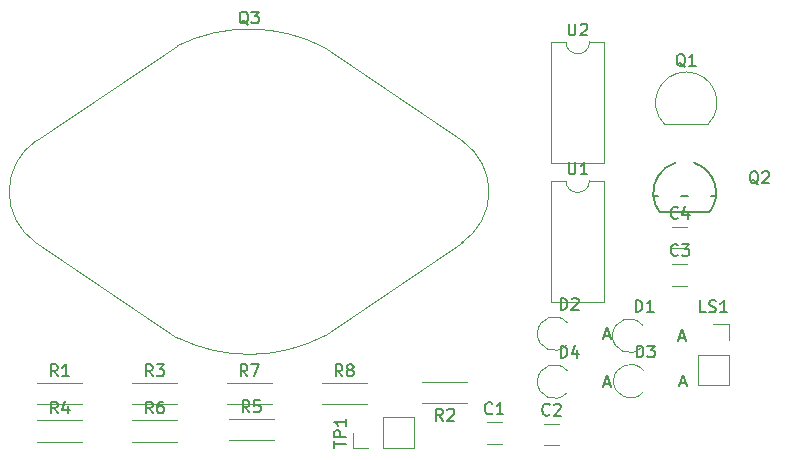
<source format=gbr>
%TF.GenerationSoftware,KiCad,Pcbnew,(5.1.12)-1*%
%TF.CreationDate,2023-08-23T22:39:03+05:30*%
%TF.ProjectId,PULSED IC 555 ALARMS CIRCUIT,50554c53-4544-4204-9943-203535352041,rev?*%
%TF.SameCoordinates,Original*%
%TF.FileFunction,Legend,Top*%
%TF.FilePolarity,Positive*%
%FSLAX46Y46*%
G04 Gerber Fmt 4.6, Leading zero omitted, Abs format (unit mm)*
G04 Created by KiCad (PCBNEW (5.1.12)-1) date 2023-08-23 22:39:03*
%MOMM*%
%LPD*%
G01*
G04 APERTURE LIST*
%ADD10C,0.120000*%
%ADD11C,0.127000*%
%ADD12C,0.150000*%
G04 APERTURE END LIST*
D10*
%TO.C,U2*%
X159435001Y-73105001D02*
G75*
G02*
X157435001Y-73105001I-1000000J0D01*
G01*
X157435001Y-73105001D02*
X156185001Y-73105001D01*
X156185001Y-73105001D02*
X156185001Y-83385001D01*
X156185001Y-83385001D02*
X160685001Y-83385001D01*
X160685001Y-83385001D02*
X160685001Y-73105001D01*
X160685001Y-73105001D02*
X159435001Y-73105001D01*
%TO.C,U1*%
X159435001Y-84855001D02*
G75*
G02*
X157435001Y-84855001I-1000000J0D01*
G01*
X157435001Y-84855001D02*
X156185001Y-84855001D01*
X156185001Y-84855001D02*
X156185001Y-95135001D01*
X156185001Y-95135001D02*
X160685001Y-95135001D01*
X160685001Y-95135001D02*
X160685001Y-84855001D01*
X160685001Y-84855001D02*
X159435001Y-84855001D01*
%TO.C,TP1*%
X144570000Y-107518000D02*
X144570000Y-104858000D01*
X141970000Y-107518000D02*
X144570000Y-107518000D01*
X141970000Y-104858000D02*
X144570000Y-104858000D01*
X141970000Y-107518000D02*
X141970000Y-104858000D01*
X140700000Y-107518000D02*
X139370000Y-107518000D01*
X139370000Y-107518000D02*
X139370000Y-106188000D01*
%TO.C,R8*%
X136745001Y-101965001D02*
X140585001Y-101965001D01*
X136745001Y-103805001D02*
X140585001Y-103805001D01*
%TO.C,R7*%
X128715001Y-101965001D02*
X132555001Y-101965001D01*
X128715001Y-103805001D02*
X132555001Y-103805001D01*
%TO.C,R6*%
X120685001Y-105115001D02*
X124525001Y-105115001D01*
X120685001Y-106955001D02*
X124525001Y-106955001D01*
%TO.C,R5*%
X128874000Y-105014000D02*
X132714000Y-105014000D01*
X128874000Y-106854000D02*
X132714000Y-106854000D01*
%TO.C,R4*%
X112655001Y-105115001D02*
X116495001Y-105115001D01*
X112655001Y-106955001D02*
X116495001Y-106955001D01*
%TO.C,R3*%
X120685001Y-101965001D02*
X124525001Y-101965001D01*
X120685001Y-103805001D02*
X124525001Y-103805001D01*
%TO.C,R2*%
X149100000Y-103710000D02*
X145260000Y-103710000D01*
X149100000Y-101870000D02*
X145260000Y-101870000D01*
%TO.C,R1*%
X112655001Y-101965001D02*
X116495001Y-101965001D01*
X112655001Y-103805001D02*
X116495001Y-103805001D01*
%TO.C,Q3*%
X148567176Y-90143859D02*
G75*
G03*
X148720000Y-81540000I-2847176J4353859D01*
G01*
X112543034Y-90087693D02*
G75*
G02*
X112620000Y-81440000I2976966J4297693D01*
G01*
X137025870Y-97984151D02*
G75*
G02*
X124520000Y-98140000I-6405870J12194151D01*
G01*
X137025870Y-73595849D02*
G75*
G03*
X124520000Y-73440000I-6405870J-12194151D01*
G01*
X124520000Y-73440000D02*
X112620000Y-81440000D01*
X124520000Y-98140000D02*
X112520000Y-90040000D01*
X136920000Y-73540000D02*
X148720000Y-81540000D01*
X136920000Y-98040000D02*
X148720000Y-90040000D01*
D11*
%TO.C,Q2*%
X168266825Y-83342144D02*
G75*
G02*
X169575026Y-87541544I-786287J-2548411D01*
G01*
X164825626Y-86144544D02*
G75*
G02*
X166694226Y-83342044I2654899J254020D01*
G01*
X165385926Y-87541544D02*
G75*
G02*
X164825626Y-86144544I2094603J1650951D01*
G01*
X165386026Y-87541544D02*
X169575026Y-87541544D01*
X164825626Y-86144544D02*
X165226826Y-86144544D01*
X167194226Y-86144544D02*
X167766826Y-86144544D01*
X169734226Y-86144544D02*
X170135426Y-86144544D01*
D10*
%TO.C,Q1*%
X169462478Y-80086478D02*
G75*
G03*
X167624000Y-75648000I-1838478J1838478D01*
G01*
X165785522Y-80086478D02*
G75*
G02*
X167624000Y-75648000I1838478J1838478D01*
G01*
X165824000Y-80098000D02*
X169424000Y-80098000D01*
%TO.C,LS1*%
X168580000Y-99584000D02*
X171240000Y-99584000D01*
X168580000Y-99584000D02*
X168580000Y-102184000D01*
X168580000Y-102184000D02*
X171240000Y-102184000D01*
X171240000Y-99584000D02*
X171240000Y-102184000D01*
X171240000Y-96984000D02*
X171240000Y-98314000D01*
X169910000Y-96984000D02*
X171240000Y-96984000D01*
%TO.C,D4*%
X157501850Y-102838866D02*
G75*
G02*
X157561239Y-100970000I-1053850J968866D01*
G01*
%TO.C,D3*%
X163943850Y-102798866D02*
G75*
G02*
X164003239Y-100930000I-1053850J968866D01*
G01*
%TO.C,D2*%
X157501850Y-98774866D02*
G75*
G02*
X157561239Y-96906000I-1053850J968866D01*
G01*
%TO.C,D1*%
X163858851Y-98953867D02*
G75*
G02*
X163918240Y-97085001I-1053850J968866D01*
G01*
%TO.C,C4*%
X166446001Y-88755001D02*
X167704001Y-88755001D01*
X166446001Y-90595001D02*
X167704001Y-90595001D01*
%TO.C,C3*%
X166446001Y-91905001D02*
X167704001Y-91905001D01*
X166446001Y-93745001D02*
X167704001Y-93745001D01*
%TO.C,C2*%
X155591000Y-105420000D02*
X156849000Y-105420000D01*
X155591000Y-107260000D02*
X156849000Y-107260000D01*
%TO.C,C1*%
X150731000Y-105310000D02*
X151989000Y-105310000D01*
X150731000Y-107150000D02*
X151989000Y-107150000D01*
%TO.C,U2*%
D12*
X157673096Y-71557381D02*
X157673096Y-72366905D01*
X157720715Y-72462143D01*
X157768334Y-72509762D01*
X157863572Y-72557381D01*
X158054048Y-72557381D01*
X158149286Y-72509762D01*
X158196905Y-72462143D01*
X158244524Y-72366905D01*
X158244524Y-71557381D01*
X158673096Y-71652620D02*
X158720715Y-71605001D01*
X158815953Y-71557381D01*
X159054048Y-71557381D01*
X159149286Y-71605001D01*
X159196905Y-71652620D01*
X159244524Y-71747858D01*
X159244524Y-71843096D01*
X159196905Y-71985953D01*
X158625477Y-72557381D01*
X159244524Y-72557381D01*
%TO.C,U1*%
X157673096Y-83307381D02*
X157673096Y-84116905D01*
X157720715Y-84212143D01*
X157768334Y-84259762D01*
X157863572Y-84307381D01*
X158054048Y-84307381D01*
X158149286Y-84259762D01*
X158196905Y-84212143D01*
X158244524Y-84116905D01*
X158244524Y-83307381D01*
X159244524Y-84307381D02*
X158673096Y-84307381D01*
X158958810Y-84307381D02*
X158958810Y-83307381D01*
X158863572Y-83450239D01*
X158768334Y-83545477D01*
X158673096Y-83593096D01*
%TO.C,TP1*%
X137822380Y-107449904D02*
X137822380Y-106878476D01*
X138822380Y-107164190D02*
X137822380Y-107164190D01*
X138822380Y-106545142D02*
X137822380Y-106545142D01*
X137822380Y-106164190D01*
X137870000Y-106068952D01*
X137917619Y-106021333D01*
X138012857Y-105973714D01*
X138155714Y-105973714D01*
X138250952Y-106021333D01*
X138298571Y-106068952D01*
X138346190Y-106164190D01*
X138346190Y-106545142D01*
X138822380Y-105021333D02*
X138822380Y-105592761D01*
X138822380Y-105307047D02*
X137822380Y-105307047D01*
X137965238Y-105402285D01*
X138060476Y-105497523D01*
X138108095Y-105592761D01*
%TO.C,R8*%
X138498334Y-101417381D02*
X138165001Y-100941191D01*
X137926905Y-101417381D02*
X137926905Y-100417381D01*
X138307858Y-100417381D01*
X138403096Y-100465001D01*
X138450715Y-100512620D01*
X138498334Y-100607858D01*
X138498334Y-100750715D01*
X138450715Y-100845953D01*
X138403096Y-100893572D01*
X138307858Y-100941191D01*
X137926905Y-100941191D01*
X139069762Y-100845953D02*
X138974524Y-100798334D01*
X138926905Y-100750715D01*
X138879286Y-100655477D01*
X138879286Y-100607858D01*
X138926905Y-100512620D01*
X138974524Y-100465001D01*
X139069762Y-100417381D01*
X139260239Y-100417381D01*
X139355477Y-100465001D01*
X139403096Y-100512620D01*
X139450715Y-100607858D01*
X139450715Y-100655477D01*
X139403096Y-100750715D01*
X139355477Y-100798334D01*
X139260239Y-100845953D01*
X139069762Y-100845953D01*
X138974524Y-100893572D01*
X138926905Y-100941191D01*
X138879286Y-101036429D01*
X138879286Y-101226905D01*
X138926905Y-101322143D01*
X138974524Y-101369762D01*
X139069762Y-101417381D01*
X139260239Y-101417381D01*
X139355477Y-101369762D01*
X139403096Y-101322143D01*
X139450715Y-101226905D01*
X139450715Y-101036429D01*
X139403096Y-100941191D01*
X139355477Y-100893572D01*
X139260239Y-100845953D01*
%TO.C,R7*%
X130468334Y-101417381D02*
X130135001Y-100941191D01*
X129896905Y-101417381D02*
X129896905Y-100417381D01*
X130277858Y-100417381D01*
X130373096Y-100465001D01*
X130420715Y-100512620D01*
X130468334Y-100607858D01*
X130468334Y-100750715D01*
X130420715Y-100845953D01*
X130373096Y-100893572D01*
X130277858Y-100941191D01*
X129896905Y-100941191D01*
X130801667Y-100417381D02*
X131468334Y-100417381D01*
X131039762Y-101417381D01*
%TO.C,R6*%
X122438334Y-104567381D02*
X122105001Y-104091191D01*
X121866905Y-104567381D02*
X121866905Y-103567381D01*
X122247858Y-103567381D01*
X122343096Y-103615001D01*
X122390715Y-103662620D01*
X122438334Y-103757858D01*
X122438334Y-103900715D01*
X122390715Y-103995953D01*
X122343096Y-104043572D01*
X122247858Y-104091191D01*
X121866905Y-104091191D01*
X123295477Y-103567381D02*
X123105001Y-103567381D01*
X123009762Y-103615001D01*
X122962143Y-103662620D01*
X122866905Y-103805477D01*
X122819286Y-103995953D01*
X122819286Y-104376905D01*
X122866905Y-104472143D01*
X122914524Y-104519762D01*
X123009762Y-104567381D01*
X123200239Y-104567381D01*
X123295477Y-104519762D01*
X123343096Y-104472143D01*
X123390715Y-104376905D01*
X123390715Y-104138810D01*
X123343096Y-104043572D01*
X123295477Y-103995953D01*
X123200239Y-103948334D01*
X123009762Y-103948334D01*
X122914524Y-103995953D01*
X122866905Y-104043572D01*
X122819286Y-104138810D01*
%TO.C,R5*%
X130627333Y-104466380D02*
X130294000Y-103990190D01*
X130055904Y-104466380D02*
X130055904Y-103466380D01*
X130436857Y-103466380D01*
X130532095Y-103514000D01*
X130579714Y-103561619D01*
X130627333Y-103656857D01*
X130627333Y-103799714D01*
X130579714Y-103894952D01*
X130532095Y-103942571D01*
X130436857Y-103990190D01*
X130055904Y-103990190D01*
X131532095Y-103466380D02*
X131055904Y-103466380D01*
X131008285Y-103942571D01*
X131055904Y-103894952D01*
X131151142Y-103847333D01*
X131389238Y-103847333D01*
X131484476Y-103894952D01*
X131532095Y-103942571D01*
X131579714Y-104037809D01*
X131579714Y-104275904D01*
X131532095Y-104371142D01*
X131484476Y-104418761D01*
X131389238Y-104466380D01*
X131151142Y-104466380D01*
X131055904Y-104418761D01*
X131008285Y-104371142D01*
%TO.C,R4*%
X114408334Y-104567381D02*
X114075001Y-104091191D01*
X113836905Y-104567381D02*
X113836905Y-103567381D01*
X114217858Y-103567381D01*
X114313096Y-103615001D01*
X114360715Y-103662620D01*
X114408334Y-103757858D01*
X114408334Y-103900715D01*
X114360715Y-103995953D01*
X114313096Y-104043572D01*
X114217858Y-104091191D01*
X113836905Y-104091191D01*
X115265477Y-103900715D02*
X115265477Y-104567381D01*
X115027381Y-103519762D02*
X114789286Y-104234048D01*
X115408334Y-104234048D01*
%TO.C,R3*%
X122438334Y-101417381D02*
X122105001Y-100941191D01*
X121866905Y-101417381D02*
X121866905Y-100417381D01*
X122247858Y-100417381D01*
X122343096Y-100465001D01*
X122390715Y-100512620D01*
X122438334Y-100607858D01*
X122438334Y-100750715D01*
X122390715Y-100845953D01*
X122343096Y-100893572D01*
X122247858Y-100941191D01*
X121866905Y-100941191D01*
X122771667Y-100417381D02*
X123390715Y-100417381D01*
X123057381Y-100798334D01*
X123200239Y-100798334D01*
X123295477Y-100845953D01*
X123343096Y-100893572D01*
X123390715Y-100988810D01*
X123390715Y-101226905D01*
X123343096Y-101322143D01*
X123295477Y-101369762D01*
X123200239Y-101417381D01*
X122914524Y-101417381D01*
X122819286Y-101369762D01*
X122771667Y-101322143D01*
%TO.C,R2*%
X147013333Y-105162380D02*
X146680000Y-104686190D01*
X146441904Y-105162380D02*
X146441904Y-104162380D01*
X146822857Y-104162380D01*
X146918095Y-104210000D01*
X146965714Y-104257619D01*
X147013333Y-104352857D01*
X147013333Y-104495714D01*
X146965714Y-104590952D01*
X146918095Y-104638571D01*
X146822857Y-104686190D01*
X146441904Y-104686190D01*
X147394285Y-104257619D02*
X147441904Y-104210000D01*
X147537142Y-104162380D01*
X147775238Y-104162380D01*
X147870476Y-104210000D01*
X147918095Y-104257619D01*
X147965714Y-104352857D01*
X147965714Y-104448095D01*
X147918095Y-104590952D01*
X147346666Y-105162380D01*
X147965714Y-105162380D01*
%TO.C,R1*%
X114408334Y-101417381D02*
X114075001Y-100941191D01*
X113836905Y-101417381D02*
X113836905Y-100417381D01*
X114217858Y-100417381D01*
X114313096Y-100465001D01*
X114360715Y-100512620D01*
X114408334Y-100607858D01*
X114408334Y-100750715D01*
X114360715Y-100845953D01*
X114313096Y-100893572D01*
X114217858Y-100941191D01*
X113836905Y-100941191D01*
X115360715Y-101417381D02*
X114789286Y-101417381D01*
X115075001Y-101417381D02*
X115075001Y-100417381D01*
X114979762Y-100560239D01*
X114884524Y-100655477D01*
X114789286Y-100703096D01*
%TO.C,Q3*%
X130524761Y-71637619D02*
X130429523Y-71590000D01*
X130334285Y-71494761D01*
X130191428Y-71351904D01*
X130096190Y-71304285D01*
X130000952Y-71304285D01*
X130048571Y-71542380D02*
X129953333Y-71494761D01*
X129858095Y-71399523D01*
X129810476Y-71209047D01*
X129810476Y-70875714D01*
X129858095Y-70685238D01*
X129953333Y-70590000D01*
X130048571Y-70542380D01*
X130239047Y-70542380D01*
X130334285Y-70590000D01*
X130429523Y-70685238D01*
X130477142Y-70875714D01*
X130477142Y-71209047D01*
X130429523Y-71399523D01*
X130334285Y-71494761D01*
X130239047Y-71542380D01*
X130048571Y-71542380D01*
X130810476Y-70542380D02*
X131429523Y-70542380D01*
X131096190Y-70923333D01*
X131239047Y-70923333D01*
X131334285Y-70970952D01*
X131381904Y-71018571D01*
X131429523Y-71113809D01*
X131429523Y-71351904D01*
X131381904Y-71447142D01*
X131334285Y-71494761D01*
X131239047Y-71542380D01*
X130953333Y-71542380D01*
X130858095Y-71494761D01*
X130810476Y-71447142D01*
%TO.C,Q2*%
X173735287Y-85168163D02*
X173640049Y-85120544D01*
X173544811Y-85025305D01*
X173401954Y-84882448D01*
X173306716Y-84834829D01*
X173211478Y-84834829D01*
X173259097Y-85072924D02*
X173163859Y-85025305D01*
X173068621Y-84930067D01*
X173021002Y-84739591D01*
X173021002Y-84406258D01*
X173068621Y-84215782D01*
X173163859Y-84120544D01*
X173259097Y-84072924D01*
X173449573Y-84072924D01*
X173544811Y-84120544D01*
X173640049Y-84215782D01*
X173687668Y-84406258D01*
X173687668Y-84739591D01*
X173640049Y-84930067D01*
X173544811Y-85025305D01*
X173449573Y-85072924D01*
X173259097Y-85072924D01*
X174068621Y-84168163D02*
X174116240Y-84120544D01*
X174211478Y-84072924D01*
X174449573Y-84072924D01*
X174544811Y-84120544D01*
X174592430Y-84168163D01*
X174640049Y-84263401D01*
X174640049Y-84358639D01*
X174592430Y-84501496D01*
X174021002Y-85072924D01*
X174640049Y-85072924D01*
%TO.C,Q1*%
X167528761Y-75235619D02*
X167433523Y-75188000D01*
X167338285Y-75092761D01*
X167195428Y-74949904D01*
X167100190Y-74902285D01*
X167004952Y-74902285D01*
X167052571Y-75140380D02*
X166957333Y-75092761D01*
X166862095Y-74997523D01*
X166814476Y-74807047D01*
X166814476Y-74473714D01*
X166862095Y-74283238D01*
X166957333Y-74188000D01*
X167052571Y-74140380D01*
X167243047Y-74140380D01*
X167338285Y-74188000D01*
X167433523Y-74283238D01*
X167481142Y-74473714D01*
X167481142Y-74807047D01*
X167433523Y-74997523D01*
X167338285Y-75092761D01*
X167243047Y-75140380D01*
X167052571Y-75140380D01*
X168433523Y-75140380D02*
X167862095Y-75140380D01*
X168147809Y-75140380D02*
X168147809Y-74140380D01*
X168052571Y-74283238D01*
X167957333Y-74378476D01*
X167862095Y-74426095D01*
%TO.C,LS1*%
X169267142Y-95996380D02*
X168790952Y-95996380D01*
X168790952Y-94996380D01*
X169552857Y-95948761D02*
X169695714Y-95996380D01*
X169933809Y-95996380D01*
X170029047Y-95948761D01*
X170076666Y-95901142D01*
X170124285Y-95805904D01*
X170124285Y-95710666D01*
X170076666Y-95615428D01*
X170029047Y-95567809D01*
X169933809Y-95520190D01*
X169743333Y-95472571D01*
X169648095Y-95424952D01*
X169600476Y-95377333D01*
X169552857Y-95282095D01*
X169552857Y-95186857D01*
X169600476Y-95091619D01*
X169648095Y-95044000D01*
X169743333Y-94996380D01*
X169981428Y-94996380D01*
X170124285Y-95044000D01*
X171076666Y-95996380D02*
X170505238Y-95996380D01*
X170790952Y-95996380D02*
X170790952Y-94996380D01*
X170695714Y-95139238D01*
X170600476Y-95234476D01*
X170505238Y-95282095D01*
%TO.C,D4*%
X156979904Y-99852380D02*
X156979904Y-98852380D01*
X157218000Y-98852380D01*
X157360857Y-98900000D01*
X157456095Y-98995238D01*
X157503714Y-99090476D01*
X157551333Y-99280952D01*
X157551333Y-99423809D01*
X157503714Y-99614285D01*
X157456095Y-99709523D01*
X157360857Y-99804761D01*
X157218000Y-99852380D01*
X156979904Y-99852380D01*
X158408476Y-99185714D02*
X158408476Y-99852380D01*
X158170380Y-98804761D02*
X157932285Y-99519047D01*
X158551333Y-99519047D01*
X160649904Y-102036666D02*
X161126095Y-102036666D01*
X160554666Y-102322380D02*
X160888000Y-101322380D01*
X161221333Y-102322380D01*
%TO.C,D3*%
X163421904Y-99812380D02*
X163421904Y-98812380D01*
X163660000Y-98812380D01*
X163802857Y-98860000D01*
X163898095Y-98955238D01*
X163945714Y-99050476D01*
X163993333Y-99240952D01*
X163993333Y-99383809D01*
X163945714Y-99574285D01*
X163898095Y-99669523D01*
X163802857Y-99764761D01*
X163660000Y-99812380D01*
X163421904Y-99812380D01*
X164326666Y-98812380D02*
X164945714Y-98812380D01*
X164612380Y-99193333D01*
X164755238Y-99193333D01*
X164850476Y-99240952D01*
X164898095Y-99288571D01*
X164945714Y-99383809D01*
X164945714Y-99621904D01*
X164898095Y-99717142D01*
X164850476Y-99764761D01*
X164755238Y-99812380D01*
X164469523Y-99812380D01*
X164374285Y-99764761D01*
X164326666Y-99717142D01*
X167091904Y-101996666D02*
X167568095Y-101996666D01*
X166996666Y-102282380D02*
X167330000Y-101282380D01*
X167663333Y-102282380D01*
%TO.C,D2*%
X156979904Y-95788380D02*
X156979904Y-94788380D01*
X157218000Y-94788380D01*
X157360857Y-94836000D01*
X157456095Y-94931238D01*
X157503714Y-95026476D01*
X157551333Y-95216952D01*
X157551333Y-95359809D01*
X157503714Y-95550285D01*
X157456095Y-95645523D01*
X157360857Y-95740761D01*
X157218000Y-95788380D01*
X156979904Y-95788380D01*
X157932285Y-94883619D02*
X157979904Y-94836000D01*
X158075142Y-94788380D01*
X158313238Y-94788380D01*
X158408476Y-94836000D01*
X158456095Y-94883619D01*
X158503714Y-94978857D01*
X158503714Y-95074095D01*
X158456095Y-95216952D01*
X157884666Y-95788380D01*
X158503714Y-95788380D01*
X160649904Y-97972666D02*
X161126095Y-97972666D01*
X160554666Y-98258380D02*
X160888000Y-97258380D01*
X161221333Y-98258380D01*
%TO.C,D1*%
X163336905Y-95967381D02*
X163336905Y-94967381D01*
X163575001Y-94967381D01*
X163717858Y-95015001D01*
X163813096Y-95110239D01*
X163860715Y-95205477D01*
X163908334Y-95395953D01*
X163908334Y-95538810D01*
X163860715Y-95729286D01*
X163813096Y-95824524D01*
X163717858Y-95919762D01*
X163575001Y-95967381D01*
X163336905Y-95967381D01*
X164860715Y-95967381D02*
X164289286Y-95967381D01*
X164575001Y-95967381D02*
X164575001Y-94967381D01*
X164479762Y-95110239D01*
X164384524Y-95205477D01*
X164289286Y-95253096D01*
X167006905Y-98151667D02*
X167483096Y-98151667D01*
X166911667Y-98437381D02*
X167245001Y-97437381D01*
X167578334Y-98437381D01*
%TO.C,C4*%
X166908334Y-87982143D02*
X166860715Y-88029762D01*
X166717858Y-88077381D01*
X166622620Y-88077381D01*
X166479762Y-88029762D01*
X166384524Y-87934524D01*
X166336905Y-87839286D01*
X166289286Y-87648810D01*
X166289286Y-87505953D01*
X166336905Y-87315477D01*
X166384524Y-87220239D01*
X166479762Y-87125001D01*
X166622620Y-87077381D01*
X166717858Y-87077381D01*
X166860715Y-87125001D01*
X166908334Y-87172620D01*
X167765477Y-87410715D02*
X167765477Y-88077381D01*
X167527381Y-87029762D02*
X167289286Y-87744048D01*
X167908334Y-87744048D01*
%TO.C,C3*%
X166908334Y-91132143D02*
X166860715Y-91179762D01*
X166717858Y-91227381D01*
X166622620Y-91227381D01*
X166479762Y-91179762D01*
X166384524Y-91084524D01*
X166336905Y-90989286D01*
X166289286Y-90798810D01*
X166289286Y-90655953D01*
X166336905Y-90465477D01*
X166384524Y-90370239D01*
X166479762Y-90275001D01*
X166622620Y-90227381D01*
X166717858Y-90227381D01*
X166860715Y-90275001D01*
X166908334Y-90322620D01*
X167241667Y-90227381D02*
X167860715Y-90227381D01*
X167527381Y-90608334D01*
X167670239Y-90608334D01*
X167765477Y-90655953D01*
X167813096Y-90703572D01*
X167860715Y-90798810D01*
X167860715Y-91036905D01*
X167813096Y-91132143D01*
X167765477Y-91179762D01*
X167670239Y-91227381D01*
X167384524Y-91227381D01*
X167289286Y-91179762D01*
X167241667Y-91132143D01*
%TO.C,C2*%
X156053333Y-104647142D02*
X156005714Y-104694761D01*
X155862857Y-104742380D01*
X155767619Y-104742380D01*
X155624761Y-104694761D01*
X155529523Y-104599523D01*
X155481904Y-104504285D01*
X155434285Y-104313809D01*
X155434285Y-104170952D01*
X155481904Y-103980476D01*
X155529523Y-103885238D01*
X155624761Y-103790000D01*
X155767619Y-103742380D01*
X155862857Y-103742380D01*
X156005714Y-103790000D01*
X156053333Y-103837619D01*
X156434285Y-103837619D02*
X156481904Y-103790000D01*
X156577142Y-103742380D01*
X156815238Y-103742380D01*
X156910476Y-103790000D01*
X156958095Y-103837619D01*
X157005714Y-103932857D01*
X157005714Y-104028095D01*
X156958095Y-104170952D01*
X156386666Y-104742380D01*
X157005714Y-104742380D01*
%TO.C,C1*%
X151193333Y-104537142D02*
X151145714Y-104584761D01*
X151002857Y-104632380D01*
X150907619Y-104632380D01*
X150764761Y-104584761D01*
X150669523Y-104489523D01*
X150621904Y-104394285D01*
X150574285Y-104203809D01*
X150574285Y-104060952D01*
X150621904Y-103870476D01*
X150669523Y-103775238D01*
X150764761Y-103680000D01*
X150907619Y-103632380D01*
X151002857Y-103632380D01*
X151145714Y-103680000D01*
X151193333Y-103727619D01*
X152145714Y-104632380D02*
X151574285Y-104632380D01*
X151860000Y-104632380D02*
X151860000Y-103632380D01*
X151764761Y-103775238D01*
X151669523Y-103870476D01*
X151574285Y-103918095D01*
%TD*%
M02*

</source>
